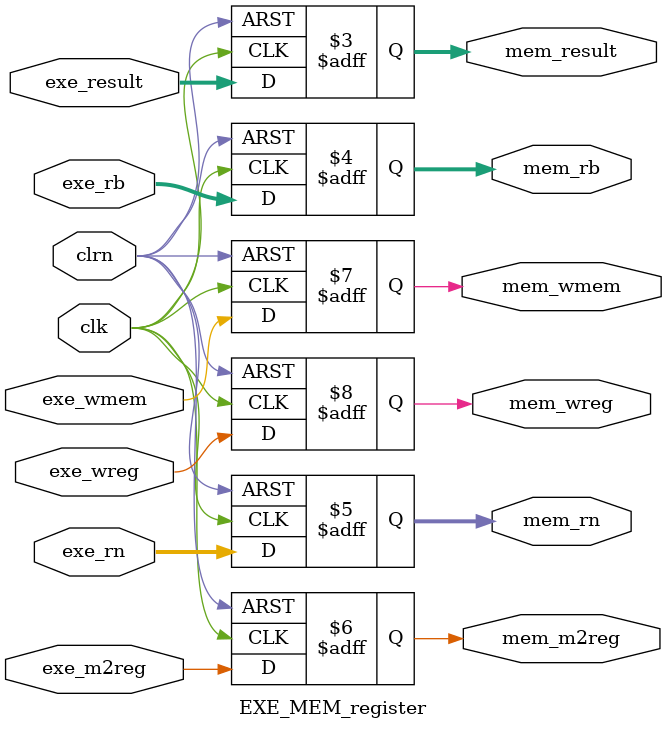
<source format=v>
`timescale 1ns / 1ps
module EXE_MEM_register(exe_result,exe_rb,exe_wmem,exe_m2reg,exe_wreg,exe_rn,clk,clrn,
								mem_result,mem_rb,mem_wmem,mem_m2reg,mem_wreg,mem_rn
    );
	 input [31:0] exe_result,exe_rb;    // exe_result-alu¼ÆËã½á¹û,exe_rb-alu²Ù×÷Êýb
	 input exe_m2reg,exe_wmem,exe_wreg; // exe_m2reg-Ñ¡ÔñÐÅºÅalu¼ÆËã½á¹û»ò´æ´¢Æ÷ÄÚÈÝ,exe_wmem-Ð´´æ´¢Æ÷ÐÅºÅ,exe_wreg-Ð´¼Ä´æÆ÷ÐÅºÅ
	 input [4:0] exe_rn;                // exe_rn-Ð´»Ø¼Ä´æÆ÷ºÅ
	 
	 input clk,clrn;                    //clk-Ê±ÖÓÐÅºÅ£»clrn-¸´Î»ÐÅºÅ£»
	 // MEM½×¶Î¶ÔÓ¦ÐÅºÅ
	 output [31:0] mem_result,mem_rb;
	 output [4:0] mem_rn;
	 output mem_m2reg,mem_wmem,mem_wreg;
	 
	 reg [31:0] mem_result,mem_rb;
	 reg [4:0] mem_rn;
	 reg mem_m2reg,mem_wmem,mem_wreg;
	 always@(posedge clk or negedge clrn)
		if(clrn == 0)                    // ÖÃÎ»ÐÅºÅÎª0£¬Ôò½«¼Ä´æÆ÷ÖÐµÄÐÅºÅÇåÁã£¬·ñÔò½«exe½×¶ÎµÄÐÅºÅ¸³Öµ¸ømem½×¶ÎÏàÓ¦×Ö¶Î
			begin
				mem_result<=0;
				mem_rb<=0;
				mem_wmem<=0;
				mem_m2reg<=0;
				mem_wreg<=0;
				mem_rn<=0;
			end
		else
			begin
				mem_result<=exe_result;
				mem_rb<=exe_rb;
				mem_wmem<=exe_wmem;
				mem_m2reg<=exe_m2reg;
				mem_wreg<=exe_wreg;
				mem_rn<=exe_rn;
			end


endmodule

</source>
